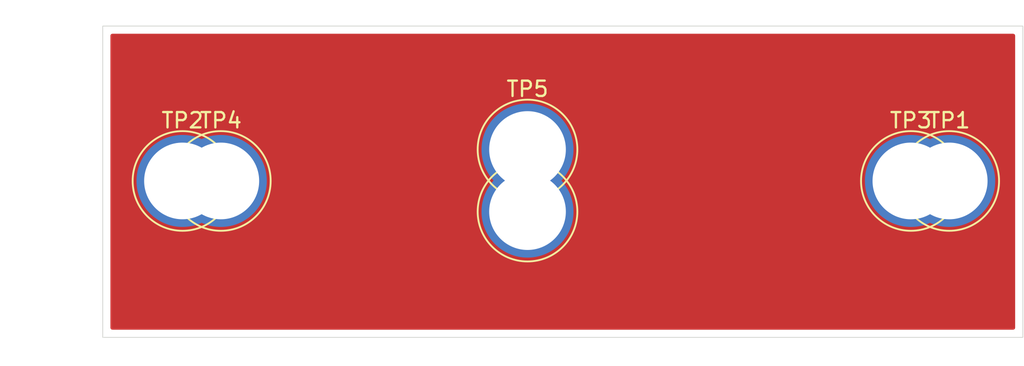
<source format=kicad_pcb>
(kicad_pcb (version 20240108) (generator "pcbnew") (generator_version "8.0")
  (layers (0 "F.Cu" signal) (31 "B.Cu" signal) (34 "B.Paste" user) (35 "F.Paste" user) (36 "B.SilkS" user "B.Silkscreen") (37 "F.SilkS" user "F.Silkscreen") (38 "B.Mask" user) (39 "F.Mask" user) (44 "Edge.Cuts" user))
  (net 0 "")
  (net 1 "Net-(TP1-Pad1)")
  (footprint "TestPoint:TestPoint_Plated_Hole_D5.0mm" (layer "F.Cu") (at 100 100)
    (property "Reference" "TP2" (at 0 -3.948 0) (layer "F.SilkS"))
    (property "Value" "+")
    (fp_circle (center 0 0) (end 0 3.25) (stroke (width 0.12)) (fill none) (layer "F.SilkS"))
    (pad "1" thru_hole circle (at 0 0) (size 6 6) (drill 5) (layers "*.Cu" "*.Mask") (net 1 "Net-(TP1-Pad1)"))
  )
  (footprint "TestPoint:TestPoint_Plated_Hole_D5.0mm" (layer "F.Cu") (at 122.5 97.95)
    (property "Reference" "TP5" (at 0 -3.948 0) (layer "F.SilkS"))
    (property "Value" "?")
    (fp_circle (center 0 0) (end 0 3.25) (stroke (width 0.12)) (fill none) (layer "F.SilkS"))
    (pad "1" thru_hole circle (at 0 0) (size 6 6) (drill 5) (layers "*.Cu" "*.Mask") (net 1 "Net-(TP1-Pad1)"))
  )
  (footprint "TestPoint:TestPoint_Plated_Hole_D5.0mm" (layer "F.Cu") (at 102.5 100)
    (property "Reference" "TP4" (at 0 -3.948 0) (layer "F.SilkS"))
    (property "Value" "+")
    (fp_circle (center 0 0) (end 0 3.25) (stroke (width 0.12)) (fill none) (layer "F.SilkS"))
    (pad "1" thru_hole circle (at 0 0) (size 6 6) (drill 5) (layers "*.Cu" "*.Mask") (net 1 "Net-(TP1-Pad1)"))
  )
  (footprint "TestPoint:TestPoint_Plated_Hole_D5.0mm" (layer "F.Cu") (at 150 100)
    (property "Reference" "TP1" (at 0 -3.948 0) (layer "F.SilkS"))
    (property "Value" "-")
    (fp_circle (center 0 0) (end 0 3.25) (stroke (width 0.12)) (fill none) (layer "F.SilkS"))
    (pad "1" thru_hole circle (at 0 0) (size 6 6) (drill 5) (layers "*.Cu" "*.Mask") (net 1 "Net-(TP1-Pad1)"))
  )
  (footprint "TestPoint:TestPoint_Plated_Hole_D5.0mm" (layer "F.Cu") (at 122.5 102)
    (property "Reference" "TP6" (at 0 -3.948 0) (layer "F.SilkS"))
    (property "Value" "?")
    (fp_circle (center 0 0) (end 0 3.25) (stroke (width 0.12)) (fill none) (layer "F.SilkS"))
    (pad "1" thru_hole circle (at 0 0) (size 6 6) (drill 5) (layers "*.Cu" "*.Mask") (net 1 "Net-(TP1-Pad1)"))
  )
  (footprint "TestPoint:TestPoint_Plated_Hole_D5.0mm" (layer "F.Cu") (at 147.5 100)
    (property "Reference" "TP3" (at 0 -3.948 0) (layer "F.SilkS"))
    (property "Value" "-")
    (fp_circle (center 0 0) (end 0 3.25) (stroke (width 0.12)) (fill none) (layer "F.SilkS"))
    (pad "1" thru_hole circle (at 0 0) (size 6 6) (drill 5) (layers "*.Cu" "*.Mask") (net 1 "Net-(TP1-Pad1)"))
  )
  (gr_rect (start 94.8 89.9) (end 154.8 110.2) (stroke (width 0.05)) (fill none) (layer "Edge.Cuts"))
  (zone (net 1) (net_name "Net-(TP1-Pad1)") (layer "F.Cu") (connect_pads yes (clearance 0.5)) (min_thickness 0.25) (fill yes (thermal_gap 0.5) (thermal_bridge_width 0.5))
    (polygon (pts (xy 154.9 89.9) (xy 154.9 110.2) (xy 99.3 110.2) (xy 91.606027 112.093973) (xy 88.1 89.4) (xy 100 88.2) (xy 148.4 88.2)))
  )
)
</source>
